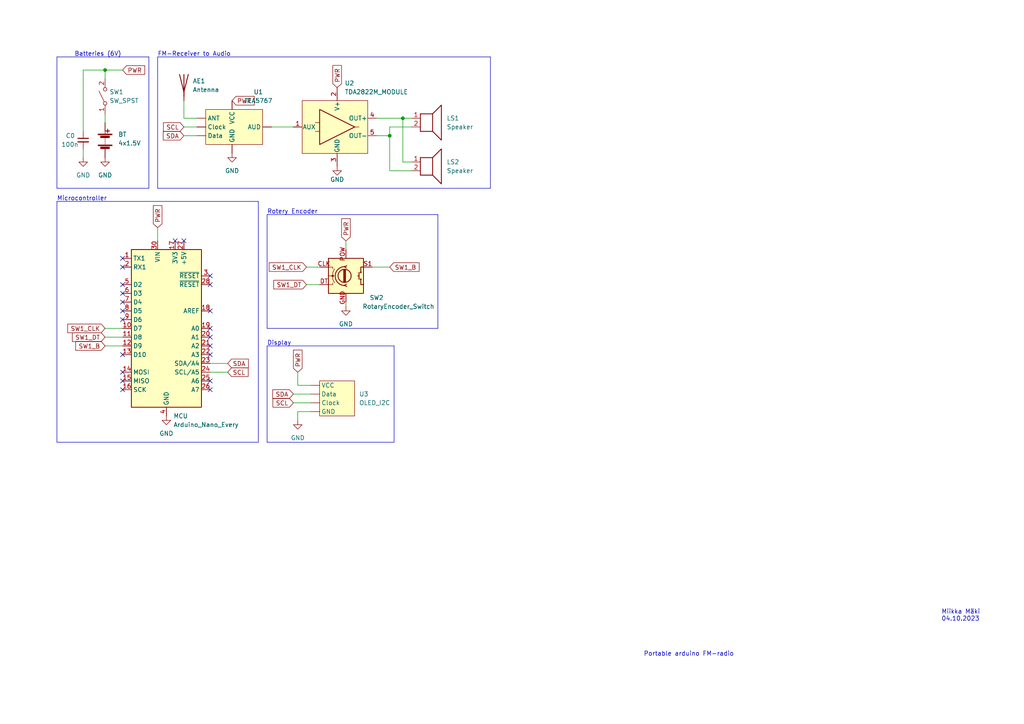
<source format=kicad_sch>
(kicad_sch (version 20230121) (generator eeschema)
  (paper "A4")
  (lib_symbols
    (symbol "Device:Antenna" (pin_numbers hide) (pin_names (offset 1.016) hide)
      (property "Reference" "AE" (at -1.905 1.905 0))
      (property "Value" "Antenna" (at -1.905 0 0))
      (symbol "Antenna_0_1"
        (polyline (pts (xy 0 2.54) (xy 0 -3.81)) (stroke (width 0.254)))
        (polyline (pts (xy 1.27 2.54) (xy 0 -2.54) (xy -1.27 2.54)) (stroke (width 0.254)))
      )
      (symbol "Antenna_1_1"
        (pin input line (at 0 -5.08 90) (length 2.54) (name "A") (number "1"))
      )
    )
    (symbol "Device:Battery" (pin_numbers hide) (pin_names (offset 0) hide)
      (property "Reference" "BT" (at 2.54 2.54 0))
      (property "Value" "Battery" (at 2.54 0 0))
      (symbol "Battery_0_1"
        (rectangle (start -2.032 -1.397) (end 2.032 -1.651) (fill (type outline)))
        (rectangle (start -2.032 1.778) (end 2.032 1.524) (fill (type outline)))
        (rectangle (start -1.3208 -1.9812) (end 1.27 -2.4892) (fill (type outline)))
        (rectangle (start -1.3208 1.1938) (end 1.27 0.6858) (fill (type outline)))
        (polyline (pts (xy 0 -1.524) (xy 0 -1.27)))
        (polyline (pts (xy 0 -1.016) (xy 0 -0.762)))
        (polyline (pts (xy 0 -0.508) (xy 0 -0.254)))
        (polyline (pts (xy 0 0) (xy 0 0.254)))
        (polyline (pts (xy 0 0.508) (xy 0 0.762)))
        (polyline (pts (xy 0 1.778) (xy 0 2.54)))
        (polyline (pts (xy 0.254 2.667) (xy 1.27 2.667)) (stroke (width 0.254)))
        (polyline (pts (xy 0.762 3.175) (xy 0.762 2.159)) (stroke (width 0.254)))
      )
      (symbol "Battery_1_1"
        (pin passive line (at 0 5.08 270) (length 2.54) (name "+") (number "1"))
        (pin passive line (at 0 -5.08 90) (length 2.54) (name "-") (number "2"))
      )
    )
    (symbol "Device:C_Small" (pin_numbers hide) (pin_names (offset 0.254) hide)
      (property "Reference" "C" (at 0.254 1.778 0))
      (property "Value" "C_Small" (at 0.254 -2.032 0))
      (symbol "C_Small_0_1"
        (polyline (pts (xy -1.524 -0.508) (xy 1.524 -0.508)) (stroke (width 0.3302)))
        (polyline (pts (xy -1.524 0.508) (xy 1.524 0.508)) (stroke (width 0.3048)))
      )
      (symbol "C_Small_1_1"
        (pin passive line (at 0 2.54 270) (length 2.032) (name "~") (number "1"))
        (pin passive line (at 0 -2.54 90) (length 2.032) (name "~") (number "2"))
      )
    )
    (symbol "Device:RotaryEncoder_Switch" (pin_names (offset 0.254) hide)
      (property "Reference" "SW1" (at 8.89 -6.35 0))
      (property "Value" "RotaryEncoder_Switch" (at 15.24 -8.89 0))
      (symbol "RotaryEncoder_Switch_0_1"
        (rectangle (start -5.08 5.08) (end 5.08 -5.08) (stroke (width 0.254)) (fill (type background)))
        (circle (center -3.81 0) (radius 0.254) (fill (type outline)))
        (circle (center -0.381 0) (radius 1.905) (stroke (width 0.254)))
        (arc (start -0.381 2.667) (mid -3.0988 -0.0635) (end -0.381 -2.794) (stroke (width 0.254)))
        (polyline (pts (xy -0.635 -1.778) (xy -0.635 1.778)) (stroke (width 0.254)))
        (polyline (pts (xy -0.381 -1.778) (xy -0.381 1.778)) (stroke (width 0.254)))
        (polyline (pts (xy -0.127 1.778) (xy -0.127 -1.778)) (stroke (width 0.254)))
        (polyline (pts (xy 3.81 0) (xy 3.429 0)) (stroke (width 0.254)))
        (polyline (pts (xy 3.81 1.016) (xy 3.81 -1.016)) (stroke (width 0.254)))
        (polyline (pts (xy -5.08 -2.54) (xy -3.81 -2.54) (xy -3.81 -2.032)))
        (polyline (pts (xy -5.08 2.54) (xy -3.81 2.54) (xy -3.81 2.032)))
        (polyline (pts (xy 0.254 -3.048) (xy -0.508 -2.794) (xy 0.127 -2.413)) (stroke (width 0.254)))
        (polyline (pts (xy 0.254 2.921) (xy -0.508 2.667) (xy 0.127 2.286)) (stroke (width 0.254)))
        (polyline (pts (xy 5.08 -2.54) (xy 4.318 -2.54) (xy 4.318 -1.016)) (stroke (width 0.254)))
        (polyline (pts (xy 5.08 2.54) (xy 4.318 2.54) (xy 4.318 1.016)) (stroke (width 0.254)))
        (polyline (pts (xy -5.08 0) (xy -3.81 0) (xy -3.81 -1.016) (xy -3.302 -2.032)))
        (polyline (pts (xy -4.318 0) (xy -3.81 0) (xy -3.81 1.016) (xy -3.302 2.032)))
        (circle (center 4.318 -1.016) (radius 0.127) (stroke (width 0.254)))
        (circle (center 4.318 1.016) (radius 0.127) (stroke (width 0.254)))
      )
      (symbol "RotaryEncoder_Switch_1_1"
        (pin passive line (at -7.62 2.54 0) (length 2.54) (name "CLK") (number "CLK"))
        (pin passive line (at -7.62 -2.54 0) (length 2.54) (name "DATA") (number "DT"))
        (pin passive line (at 0 -7.62 90) (length 2.54) (name "GND") (number "GND"))
        (pin passive line (at 0 7.62 270) (length 2.54) (name "POW") (number "POW"))
        (pin passive line (at 7.62 2.54 180) (length 2.54) (name "S1") (number "S1"))
      )
    )
    (symbol "Device:Speaker" (pin_names (offset 0) hide)
      (property "Reference" "LS" (at 1.27 5.715 0))
      (property "Value" "Speaker" (at 1.27 3.81 0))
      (symbol "Speaker_0_0"
        (rectangle (start -2.54 1.27) (end 1.016 -3.81) (stroke (width 0.254)))
        (polyline (pts (xy 1.016 1.27) (xy 3.556 3.81) (xy 3.556 -6.35) (xy 1.016 -3.81)) (stroke (width 0.254)))
      )
      (symbol "Speaker_1_1"
        (pin input line (at -5.08 0 0) (length 2.54) (name "1") (number "1"))
        (pin input line (at -5.08 -2.54 0) (length 2.54) (name "2") (number "2"))
      )
    )
    (symbol "LM386_module:LM386_MODULE" (pin_names (offset 0.127))
      (property "Reference" "U" (at 3.81 11.43 0))
      (property "Value" "LM386_MODULE" (at 1.27 8.89 0))
      (symbol "LM386_MODULE_0_1"
        (rectangle (start -10.16 7.62) (end 8.89 -7.62) (fill (type background)))
        (polyline (pts (xy -5.08 -1.27) (xy -6.35 -1.27)))
        (polyline (pts (xy -5.08 1.27) (xy -6.35 1.27)))
        (polyline (pts (xy 5.08 0) (xy 6.35 0)))
        (polyline (pts (xy 5.08 0) (xy -5.08 5.08) (xy -5.08 -5.08) (xy 5.08 0)) (stroke (width 0.254)) (fill (type background)))
      )
      (symbol "LM386_MODULE_1_1"
        (pin input line (at -12.7 0 0) (length 2.54) (name "AUX") (number "1"))
        (pin power_in line (at 0 11.43 270) (length 3.81) (name "V+") (number "2"))
        (pin power_in line (at 0 -11.43 90) (length 3.81) (name "GND") (number "3"))
        (pin output line (at 11.43 2.54 180) (length 2.54) (name "OUT+") (number "4"))
        (pin output line (at 11.43 -2.54 180) (length 2.54) (name "OUT-") (number "5"))
      )
    )
    (symbol "MCU_Module:Arduino_Nano_Every"
      (property "Reference" "A" (at -10.16 23.495 0))
      (property "Value" "Arduino_Nano_Every" (at 5.08 -24.13 0))
      (symbol "Arduino_Nano_Every_0_1"
        (rectangle (start -10.16 22.86) (end 10.16 -22.86) (stroke (width 0.254)) (fill (type background)))
      )
      (symbol "Arduino_Nano_Every_1_1"
        (pin bidirectional line (at -12.7 20.32 0) (length 2.54) (name "TX1") (number "1"))
        (pin bidirectional line (at -12.7 0 0) (length 2.54) (name "D7") (number "10"))
        (pin bidirectional line (at -12.7 -2.54 0) (length 2.54) (name "D8") (number "11"))
        (pin bidirectional line (at -12.7 -5.08 0) (length 2.54) (name "D9") (number "12"))
        (pin bidirectional line (at -12.7 -7.62 0) (length 2.54) (name "D10") (number "13"))
        (pin bidirectional line (at -12.7 -12.7 0) (length 2.54) (name "MOSI") (number "14"))
        (pin bidirectional line (at -12.7 -15.24 0) (length 2.54) (name "MISO") (number "15"))
        (pin bidirectional line (at -12.7 -17.78 0) (length 2.54) (name "SCK") (number "16"))
        (pin power_out line (at 2.54 25.4 270) (length 2.54) (name "3V3") (number "17"))
        (pin input line (at 12.7 5.08 180) (length 2.54) (name "AREF") (number "18"))
        (pin bidirectional line (at 12.7 0 180) (length 2.54) (name "A0") (number "19"))
        (pin bidirectional line (at -12.7 17.78 0) (length 2.54) (name "RX1") (number "2"))
        (pin bidirectional line (at 12.7 -2.54 180) (length 2.54) (name "A1") (number "20"))
        (pin bidirectional line (at 12.7 -5.08 180) (length 2.54) (name "A2") (number "21"))
        (pin bidirectional line (at 12.7 -7.62 180) (length 2.54) (name "A3") (number "22"))
        (pin bidirectional line (at 12.7 -10.16 180) (length 2.54) (name "SDA/A4") (number "23"))
        (pin bidirectional line (at 12.7 -12.7 180) (length 2.54) (name "SCL/A5") (number "24"))
        (pin bidirectional line (at 12.7 -15.24 180) (length 2.54) (name "A6") (number "25"))
        (pin bidirectional line (at 12.7 -17.78 180) (length 2.54) (name "A7") (number "26"))
        (pin power_out line (at 5.08 25.4 270) (length 2.54) (name "+5V") (number "27"))
        (pin input line (at 12.7 12.7 180) (length 2.54) (name "~{RESET}") (number "28"))
        (pin passive line (at 0 -25.4 90) (length 2.54) hide (name "GND") (number "29"))
        (pin input line (at 12.7 15.24 180) (length 2.54) (name "~{RESET}") (number "3"))
        (pin power_in line (at -2.54 25.4 270) (length 2.54) (name "VIN") (number "30"))
        (pin power_in line (at 0 -25.4 90) (length 2.54) (name "GND") (number "4"))
        (pin bidirectional line (at -12.7 12.7 0) (length 2.54) (name "D2") (number "5"))
        (pin bidirectional line (at -12.7 10.16 0) (length 2.54) (name "D3") (number "6"))
        (pin bidirectional line (at -12.7 7.62 0) (length 2.54) (name "D4") (number "7"))
        (pin bidirectional line (at -12.7 5.08 0) (length 2.54) (name "D5") (number "8"))
        (pin bidirectional line (at -12.7 2.54 0) (length 2.54) (name "D6") (number "9"))
      )
    )
    (symbol "Switch:SW_SPST" (pin_names (offset 0) hide)
      (property "Reference" "SW" (at 0 3.175 0))
      (property "Value" "SW_SPST" (at 0 -2.54 0))
      (symbol "SW_SPST_0_0"
        (circle (center -2.032 0) (radius 0.508))
        (polyline (pts (xy -1.524 0.254) (xy 1.524 1.778)))
        (circle (center 2.032 0) (radius 0.508))
      )
      (symbol "SW_SPST_1_1"
        (pin passive line (at -5.08 0 0) (length 2.54) (name "A") (number "1"))
        (pin passive line (at 5.08 0 180) (length 2.54) (name "B") (number "2"))
      )
    )
    (symbol "oled_lafvin:OLED_I2C"
      (property "Reference" "U" (at 6.35 1.27 0))
      (property "Value" "OLED_I2C" (at 10.16 3.81 0))
      (symbol "OLED_I2C_0_1"
        (rectangle (start -6.35 6.35) (end 3.81 -3.81) (fill (type background)))
      )
      (symbol "OLED_I2C_1_1"
        (pin input line (at -8.89 0 0) (length 2.54) (name "Clock") (number ""))
        (pin input line (at -8.89 2.54 0) (length 2.5) (name "Data") (number ""))
        (pin input line (at -8.89 -2.54 0) (length 2.54) (name "GND") (number ""))
        (pin input line (at -8.89 5.08 0) (length 2.54) (name "VCC") (number ""))
      )
    )
    (symbol "power:GND" (power) (pin_names (offset 0))
      (property "Value" "GND" (at 0 -3.81 0))
      (symbol "GND_0_1"
        (polyline (pts (xy 0 0) (xy 0 -1.27) (xy 1.27 -1.27) (xy 0 -2.54) (xy -1.27 -1.27) (xy 0 -1.27)))
      )
      (symbol "GND_1_1"
        (pin power_in line (at 0 0 270) (length 0) hide (name "GND") (number "1"))
      )
    )
    (symbol "tea5767:TEA5767"
      (property "Reference" "U" (at 5.08 -2.54 0))
      (property "Value" "TEA5767" (at 5.08 2.54 0))
      (symbol "TEA5767_0_1"
        (rectangle (start -7.62 5.08) (end 8.89 -5.08) (fill (type background)))
      )
      (symbol "TEA5767_1_1"
        (pin input line (at -10.16 2.54 0) (length 2.54) (name "ANT") (number ""))
        (pin output line (at 11.43 0 180) (length 2.54) (name "AUD") (number ""))
        (pin input line (at -10.16 0 0) (length 2.54) (name "Clock") (number ""))
        (pin input line (at -10.16 -2.54 0) (length 2.54) (name "Data") (number ""))
        (pin bidirectional line (at 0 -7.62 90) (length 2.54) (name "GND") (number ""))
        (pin bidirectional line (at 0 7.62 270) (length 2.54) (name "VCC") (number ""))
      )
    )
  )
  (junction (at 116.84 34.29))
  (junction (at 30.48 20.32))
  (junction (at 113.03 39.37))
  (no_connect (at 35.56 82.55))
  (no_connect (at 35.56 77.47))
  (no_connect (at 60.96 100.33))
  (no_connect (at 35.56 85.09))
  (no_connect (at 35.56 87.63))
  (no_connect (at 60.96 95.25))
  (no_connect (at 60.96 82.55))
  (no_connect (at 35.56 90.17))
  (no_connect (at 60.96 113.03))
  (no_connect (at 60.96 80.01))
  (no_connect (at 60.96 110.49))
  (no_connect (at 60.96 97.79))
  (no_connect (at 53.34 69.85))
  (no_connect (at 60.96 90.17))
  (no_connect (at 35.56 102.87))
  (no_connect (at 60.96 102.87))
  (no_connect (at 35.56 107.95))
  (no_connect (at 35.56 92.71))
  (no_connect (at 35.56 110.49))
  (no_connect (at 35.56 113.03))
  (no_connect (at 35.56 74.93))
  (no_connect (at 50.8 69.85))
  (polyline (pts (xy 127 62.23) (xy 77.47 62.23)))
  (polyline (pts (xy 43.18 16.51) (xy 43.18 54.61)))
  (polyline (pts (xy 16.51 16.51) (xy 16.51 54.61)))
  (wire (pts (xy 88.9 77.47) (xy 92.71 77.47)))
  (wire (pts (xy 116.84 34.29) (xy 119.38 34.29)))
  (wire (pts (xy 88.9 82.55) (xy 92.71 82.55)))
  (polyline (pts (xy 77.47 100.33) (xy 77.47 128.27)))
  (wire (pts (xy 85.09 114.3) (xy 90.17 114.3)))
  (wire (pts (xy 119.38 46.99) (xy 116.84 46.99)))
  (polyline (pts (xy 114.3 128.27) (xy 77.47 128.27)))
  (polyline (pts (xy 45.72 54.61) (xy 142.24 54.61)))
  (wire (pts (xy 30.48 97.79) (xy 35.56 97.79)))
  (wire (pts (xy 85.09 116.84) (xy 90.17 116.84)))
  (polyline (pts (xy 74.93 58.42) (xy 74.93 128.27)))
  (wire (pts (xy 66.04 107.95) (xy 60.96 107.95)))
  (wire (pts (xy 86.36 107.95) (xy 86.36 111.76)))
  (polyline (pts (xy 77.47 100.33) (xy 114.3 100.33)))
  (wire (pts (xy 119.38 49.53) (xy 113.03 49.53)))
  (polyline (pts (xy 77.47 95.25) (xy 127 95.25)))
  (polyline (pts (xy 142.24 54.61) (xy 142.24 16.51)))
  (wire (pts (xy 24.13 20.32) (xy 24.13 38.1)))
  (wire (pts (xy 53.34 36.83) (xy 57.15 36.83)))
  (wire (pts (xy 113.03 39.37) (xy 109.22 39.37)))
  (polyline (pts (xy 43.18 54.61) (xy 16.51 54.61)))
  (polyline (pts (xy 45.72 19.05) (xy 45.72 54.61)))
  (polyline (pts (xy 77.47 62.23) (xy 77.47 95.25)))
  (wire (pts (xy 30.48 20.32) (xy 30.48 22.86)))
  (polyline (pts (xy 127 95.25) (xy 127 62.23)))
  (wire (pts (xy 113.03 36.83) (xy 113.03 39.37)))
  (polyline (pts (xy 45.72 16.51) (xy 45.72 19.05)))
  (wire (pts (xy 119.38 36.83) (xy 113.03 36.83)))
  (wire (pts (xy 53.34 39.37) (xy 57.15 39.37)))
  (wire (pts (xy 90.17 119.38) (xy 86.36 119.38)))
  (wire (pts (xy 53.34 34.29) (xy 57.15 34.29)))
  (polyline (pts (xy 16.51 58.42) (xy 16.51 128.27)))
  (wire (pts (xy 100.33 69.85) (xy 100.33 72.39)))
  (wire (pts (xy 78.74 36.83) (xy 85.09 36.83)))
  (wire (pts (xy 66.04 105.41) (xy 60.96 105.41)))
  (wire (pts (xy 45.72 66.04) (xy 45.72 69.85)))
  (wire (pts (xy 113.03 39.37) (xy 113.03 49.53)))
  (wire (pts (xy 86.36 119.38) (xy 86.36 121.92)))
  (wire (pts (xy 86.36 111.76) (xy 90.17 111.76)))
  (polyline (pts (xy 142.24 16.51) (xy 45.72 16.51)))
  (wire (pts (xy 116.84 46.99) (xy 116.84 34.29)))
  (wire (pts (xy 24.13 43.18) (xy 24.13 45.72)))
  (wire (pts (xy 109.22 34.29) (xy 116.84 34.29)))
  (polyline (pts (xy 114.3 100.33) (xy 114.3 128.27)))
  (wire (pts (xy 30.48 33.02) (xy 30.48 35.56)))
  (wire (pts (xy 30.48 20.32) (xy 24.13 20.32)))
  (wire (pts (xy 113.03 77.47) (xy 107.95 77.47)))
  (polyline (pts (xy 16.51 58.42) (xy 74.93 58.42)))
  (wire (pts (xy 53.34 29.21) (xy 53.34 34.29)))
  (wire (pts (xy 35.56 20.32) (xy 30.48 20.32)))
  (polyline (pts (xy 74.93 128.27) (xy 16.51 128.27)))
  (wire (pts (xy 30.48 100.33) (xy 35.56 100.33)))
  (wire (pts (xy 30.48 95.25) (xy 35.56 95.25)))
  (polyline (pts (xy 16.51 16.51) (xy 43.18 16.51)))
  (wire (pts (xy 100.33 88.9) (xy 100.33 87.63)))
  (text "Display\n" (at 77.47 100.33 0) (effects (font (size 1.27 1.27)) (justify left bottom)))
  (text "Microcontroller" (at 16.51 58.42 0) (effects (font (size 1.27 1.27)) (justify left bottom)))
  (text "Rotery Encoder" (at 77.47 62.23 0) (effects (font (size 1.27 1.27)) (justify left bottom)))
  (text "Batteries (6V)" (at 21.59 16.51 0) (effects (font (size 1.27 1.27)) (justify left bottom)))
  (text "Portable arduino FM-radio\n" (at 186.69 190.5 0) (effects (font (size 1.27 1.27)) (justify left bottom)))
  (text "Miikka Mäki\n04.10.2023" (at 273.05 180.34 0) (effects (font (size 1.27 1.27)) (justify left bottom)))
  (text "FM-Receiver to Audio" (at 45.72 16.51 0) (effects (font (size 1.27 1.27)) (justify left bottom)))
  (global_label "PWR" (shape input) (at 86.36 107.95 90) (property "Intersheetrefs" "${INTERSHEET_REFS}" (effects hide)))
  (global_label "SW1_B" (shape input) (at 113.03 77.47 0) (property "Intersheetrefs" "${INTERSHEET_REFS}" (effects hide)))
  (global_label "PWR" (shape input) (at 100.33 69.85 90) (property "Intersheetrefs" "${INTERSHEET_REFS}" (effects hide)))
  (global_label "PWR" (shape input) (at 67.31 29.21 0) (property "Intersheetrefs" "${INTERSHEET_REFS}" (effects hide)))
  (global_label "PWR" (shape input) (at 97.79 25.4 90) (property "Intersheetrefs" "${INTERSHEET_REFS}" (effects hide)))
  (global_label "SDA" (shape input) (at 66.04 105.41 0) (property "Intersheetrefs" "${INTERSHEET_REFS}" (effects hide)))
  (global_label "SCL" (shape input) (at 66.04 107.95 0) (property "Intersheetrefs" "${INTERSHEET_REFS}" (effects hide)))
  (global_label "SDA" (shape input) (at 53.34 39.37 180) (property "Intersheetrefs" "${INTERSHEET_REFS}" (effects hide)))
  (global_label "PWR" (shape input) (at 35.56 20.32 0) (property "Intersheetrefs" "${INTERSHEET_REFS}" (effects hide)))
  (global_label "SW1_DT" (shape input) (at 88.9 82.55 180) (property "Intersheetrefs" "${INTERSHEET_REFS}" (effects hide)))
  (global_label "SW1_B" (shape input) (at 30.48 100.33 180) (property "Intersheetrefs" "${INTERSHEET_REFS}" (effects hide)))
  (global_label "SDA" (shape input) (at 85.09 114.3 180) (property "Intersheetrefs" "${INTERSHEET_REFS}" (effects hide)))
  (global_label "SW1_CLK" (shape input) (at 88.9 77.47 180) (property "Intersheetrefs" "${INTERSHEET_REFS}" (effects hide)))
  (global_label "SCL" (shape input) (at 85.09 116.84 180) (property "Intersheetrefs" "${INTERSHEET_REFS}" (effects hide)))
  (global_label "PWR" (shape input) (at 45.72 66.04 90) (property "Intersheetrefs" "${INTERSHEET_REFS}" (effects hide)))
  (global_label "SW1_CLK" (shape input) (at 30.48 95.25 180) (property "Intersheetrefs" "${INTERSHEET_REFS}" (effects hide)))
  (global_label "SCL" (shape input) (at 53.34 36.83 180) (property "Intersheetrefs" "${INTERSHEET_REFS}" (effects hide)))
  (global_label "SW1_DT" (shape input) (at 30.48 97.79 180) (property "Intersheetrefs" "${INTERSHEET_REFS}" (effects hide)))
  (symbol (lib_id "power:GND") (at 86.36 121.92 0) (unit 1)
    (property "Reference" "#PWR?" (effects hide))
    (property "Value" "GND" (at 86.36 127 0))
  )
  (symbol (lib_id "LM386_module:LM386_MODULE") (at 97.79 36.83 0) (unit 1)
    (property "Reference" "U2" (at 99.9841 24.13 0) (effects (justify left)))
    (property "Value" "TDA2822M_MODULE" (at 99.9841 26.67 0) (effects (justify left)))
    (property "Datasheet" "https://pdf1.alldatasheet.com/datasheet-pdf/view/25057/STMICROELECTRONICS/TDA2822M.html" (effects hide))
  )
  (symbol (lib_id "power:GND") (at 97.79 48.26 0) (unit 1)
    (property "Reference" "#PWR?" (effects hide))
    (property "Value" "GND" (at 97.79 52.07 0))
  )
  (symbol (lib_id "Device:C_Small") (at 24.13 40.64 0) (unit 1)
    (property "Reference" "C0" (at 19.05 39.37 0) (effects (justify left)))
    (property "Value" "100n" (at 17.78 41.91 0) (effects (justify left)))
  )
  (symbol (lib_id "tea5767:TEA5767") (at 67.31 36.83 0) (unit 1)
    (property "Reference" "U1" (at 74.93 26.67 0))
    (property "Value" "TEA5767" (at 74.93 29.21 0))
  )
  (symbol (lib_id "Device:Battery") (at 30.48 40.64 0) (unit 1)
    (property "Reference" "BT" (at 34.29 38.9889 0) (effects (justify left)))
    (property "Value" "4x1.5V" (at 34.29 41.5289 0) (effects (justify left)))
  )
  (symbol (lib_id "power:GND") (at 24.13 45.72 0) (unit 1)
    (property "Reference" "#PWR?" (effects hide))
    (property "Value" "GND" (at 24.13 50.8 0))
  )
  (symbol (lib_id "MCU_Module:Arduino_Nano_Every") (at 48.26 95.25 0) (unit 1)
    (property "Reference" "MCU" (at 50.2794 120.65 0) (effects (justify left)))
    (property "Value" "Arduino_Nano_Every" (at 50.2794 123.19 0) (effects (justify left)))
    (property "Footprint" "Module:Arduino_Nano" (effects hide))
    (property "Datasheet" "https://content.arduino.cc/assets/NANOEveryV3.0_sch.pdf" (effects hide))
  )
  (symbol (lib_id "oled_lafvin:OLED_I2C") (at 99.06 116.84 0) (unit 1)
    (property "Reference" "U3" (at 104.14 114.2999 0) (effects (justify left)))
    (property "Value" "OLED_I2C" (at 104.14 116.8399 0) (effects (justify left)))
  )
  (symbol (lib_id "power:GND") (at 100.33 88.9 0) (unit 1)
    (property "Reference" "#PWR?" (effects hide))
    (property "Value" "GND" (at 100.33 93.98 0))
  )
  (symbol (lib_id "power:GND") (at 67.31 44.45 0) (unit 1)
    (property "Reference" "#PWR?" (effects hide))
    (property "Value" "GND" (at 67.31 49.53 0))
  )
  (symbol (lib_id "power:GND") (at 48.26 120.65 0) (unit 1)
    (property "Reference" "#PWR?" (effects hide))
    (property "Value" "GND" (at 48.26 125.73 0))
  )
  (symbol (lib_id "Device:Speaker") (at 124.46 34.29 0) (unit 1)
    (property "Reference" "LS1" (at 129.54 34.2899 0) (effects (justify left)))
    (property "Value" "Speaker" (at 129.54 36.8299 0) (effects (justify left)))
  )
  (symbol (lib_id "power:GND") (at 30.48 45.72 0) (unit 1)
    (property "Reference" "#PWR?" (effects hide))
    (property "Value" "GND" (at 30.48 50.8 0))
  )
  (symbol (lib_id "Device:Speaker") (at 124.46 46.99 0) (unit 1)
    (property "Reference" "LS2" (at 129.54 46.9899 0) (effects (justify left)))
    (property "Value" "Speaker" (at 129.54 49.5299 0) (effects (justify left)))
  )
  (symbol (lib_id "Device:RotaryEncoder_Switch") (at 100.33 80.01 0) (unit 1)
    (property "Reference" "SW2" (at 109.22 86.36 0))
    (property "Value" "RotaryEncoder_Switch" (at 115.57 88.9 0))
  )
  (symbol (lib_id "Device:Antenna") (at 53.34 24.13 0) (unit 1)
    (property "Reference" "AE1" (at 55.88 23.4949 0) (effects (justify left)))
    (property "Value" "Antenna" (at 55.88 26.0349 0) (effects (justify left)))
  )
  (symbol (lib_id "Switch:SW_SPST") (at 30.48 27.94 90) (unit 1)
    (property "Reference" "SW1" (at 31.75 26.6699 90) (effects (justify right)))
    (property "Value" "SW_SPST" (at 31.75 29.2099 90) (effects (justify right)))
  )
)
</source>
